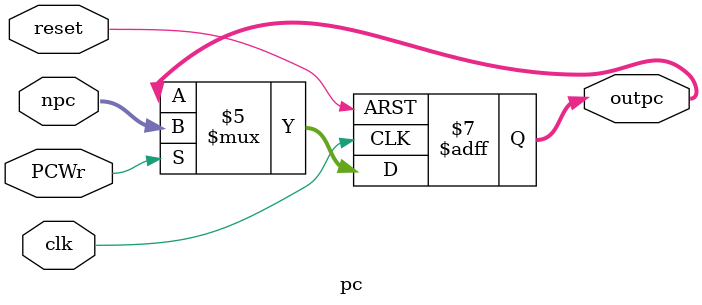
<source format=v>
module pc(clk,reset,PCWr,npc,outpc);
  input clk;
  input reset,PCWr;
  parameter resetpc = 32'h0000_3000;
  input [31:0] npc;
  output reg [31:0] outpc; 
  always@(posedge clk or posedge reset)
  begin
    if(reset)
      outpc <= resetpc;
    else if(PCWr)
      outpc <= npc;
    else if(~PCWr)
      outpc <= outpc;
  end
endmodule


</source>
